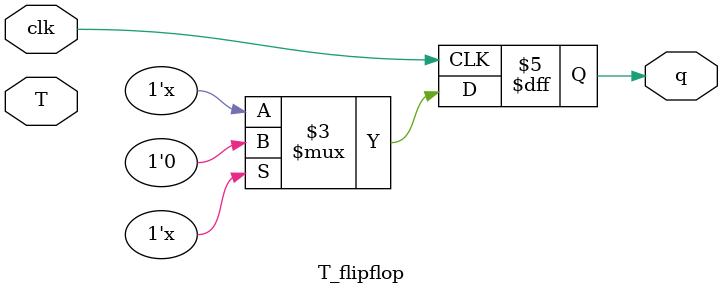
<source format=v>
`timescale 1ns / 1ps


module T_flipflop(q,clk,T);
 input T,clk; 
 output reg q;
 always @(posedge clk )
 begin
   case(T)
    1'bX:q=0; //for initial condition any value will  give output 0 after which it works properly. To avoid indeterminate state
    1'b0:q=q;
    1'b1:q=~q;
    endcase
   end
endmodule

</source>
